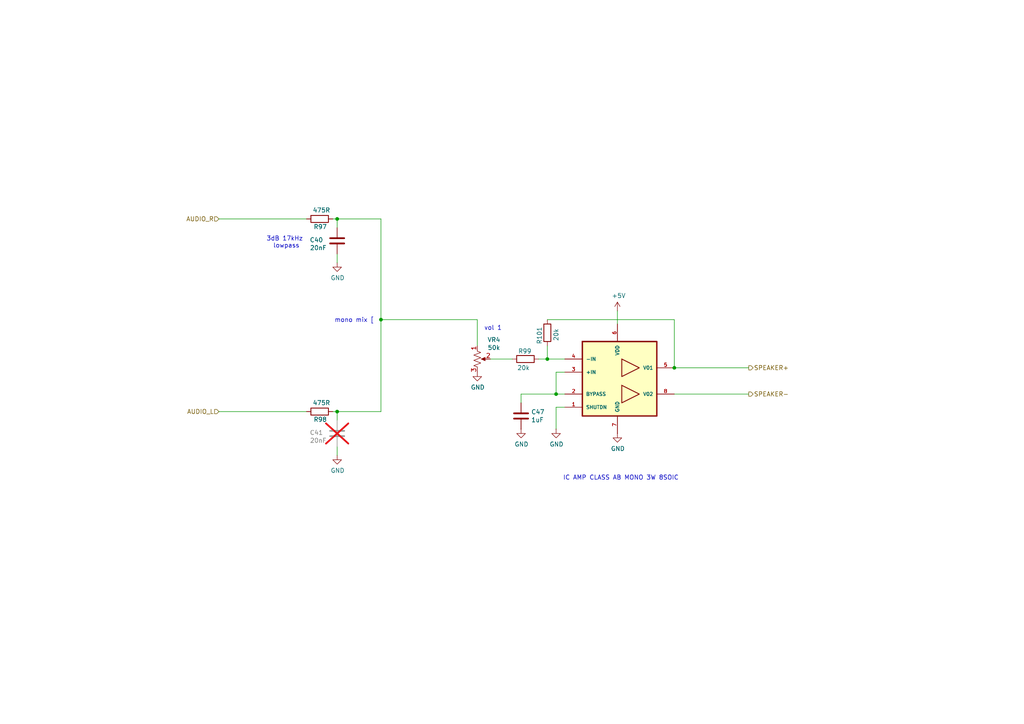
<source format=kicad_sch>
(kicad_sch (version 20250114) (generator "eeschema") (generator_version "9.0")
  (paper "A4")
  (lib_symbols
    (symbol "Device:C" (pin_numbers (hide yes)) (pin_names (offset 0.254))
      (property "Reference" "C" (at 0.635 2.54 0))
      (property "Value" "C" (at 0.635 -2.54 0))
      (symbol "C_0_1"
        (polyline (pts (xy -2.032 0.762) (xy 2.032 0.762)) (stroke (width 0.508)))
        (polyline (pts (xy -2.032 -0.762) (xy 2.032 -0.762)) (stroke (width 0.508)))
      )
      (symbol "C_1_1"
        (pin passive line (at 0 3.81 270) (length 2.794) (name "~") (number "1"))
        (pin passive line (at 0 -3.81 90) (length 2.794) (name "~") (number "2"))
      )
    )
    (symbol "Device:R" (pin_numbers (hide yes)) (pin_names (offset 0))
      (property "Reference" "R" (at 2.032 0 90))
      (property "Value" "R" (at 0 0 90))
      (symbol "R_0_1"
        (rectangle (start -1.016 -2.54) (end 1.016 2.54) (stroke (width 0.254)))
      )
      (symbol "R_1_1"
        (pin passive line (at 0 3.81 270) (length 1.27) (name "~") (number "1"))
        (pin passive line (at 0 -3.81 90) (length 1.27) (name "~") (number "2"))
      )
    )
    (symbol "LM4871MX_NOPB:LM4871MX_NOPB" (pin_names (offset 1.016))
      (symbol "LM4871MX_NOPB_0_0"
        (rectangle (start -10.16 11.43) (end 11.43 -10.16) (stroke (width 0.41)) (fill (type background)))
        (pin input line (at -15.24 6.35 0) (length 5.08) (name "-IN") (number "4"))
        (pin input line (at -15.24 2.54 0) (length 5.08) (name "+IN") (number "3"))
        (pin input line (at -15.24 -3.81 0) (length 5.08) (name "BYPASS") (number "2"))
        (pin power_in line (at 0 16.51 270) (length 5.08) (name "VDD") (number "6"))
        (pin power_in line (at 0 -15.24 90) (length 5.08) (name "GND") (number "7"))
        (pin output line (at 16.51 3.81 180) (length 5.08) (name "V01") (number "5"))
        (pin output line (at 16.51 -3.81 180) (length 5.08) (name "V02") (number "8"))
      )
      (symbol "LM4871MX_NOPB_1_0"
        (pin input line (at -15.24 -7.62 0) (length 5.08) (name "SHUTDN") (number "1"))
      )
      (symbol "LM4871MX_NOPB_1_1"
        (polyline (pts (xy 1.27 6.35) (xy 6.35 3.81) (xy 1.27 1.27) (xy 1.27 6.35) (xy 1.27 6.35)) (stroke (width 0.254)) (fill (type background)))
        (polyline (pts (xy 1.27 -1.27) (xy 6.35 -3.81) (xy 1.27 -6.35) (xy 1.27 -1.27) (xy 1.27 -1.27)) (stroke (width 0.254)) (fill (type background)))
      )
    )
    (symbol "PTV09A-4020U-A503:PTV09A-4020U-A503" (pin_names (hide yes))
      (property "Reference" "VR" (at 3.81 7.366 0))
      (property "Value" "PTV09A-4020U-A503" (at 3.81 4.826 0))
      (symbol "PTV09A-4020U-A503_0_1"
        (polyline (pts (xy 0 2.54) (xy 0 2.286)))
        (polyline (pts (xy 0 2.286) (xy 1.016 1.905) (xy 0 1.524) (xy -1.016 1.143) (xy 0 0.762)))
        (polyline (pts (xy 0 0.762) (xy 1.016 0.381) (xy 0 0) (xy -1.016 -0.381) (xy 0 -0.762)))
        (polyline (pts (xy 0 -0.762) (xy 1.016 -1.143) (xy 0 -1.524) (xy -1.016 -1.905) (xy 0 -2.286)))
        (polyline (pts (xy 0 -2.286) (xy 0 -2.54)))
        (polyline (pts (xy 1.143 0) (xy 2.286 0.508) (xy 2.286 -0.508) (xy 1.143 0)) (fill (type outline)))
        (polyline (pts (xy 2.54 0) (xy 1.524 0)))
      )
      (symbol "PTV09A-4020U-A503_1_1"
        (pin passive line (at 0 3.81 270) (length 1.27) (name "1") (number "1"))
        (pin passive line (at 0 -3.81 90) (length 1.27) (name "3") (number "3"))
        (pin passive line (at 3.81 0 180) (length 1.27) (name "2") (number "2"))
      )
    )
    (symbol "power:+5V" (power) (pin_numbers (hide yes)) (pin_names (offset 0) (hide yes))
      (property "Value" "+5V" (at 0 3.556 0))
      (symbol "+5V_0_1"
        (polyline (pts (xy -0.762 1.27) (xy 0 2.54)))
        (polyline (pts (xy 0 2.54) (xy 0.762 1.27)))
        (polyline (pts (xy 0 0) (xy 0 2.54)))
      )
      (symbol "+5V_1_1"
        (pin power_in line (at 0 0 90) (length 0) (name "~") (number "1"))
      )
    )
    (symbol "power:GND" (power) (pin_numbers (hide yes)) (pin_names (offset 0) (hide yes))
      (property "Value" "GND" (at 0 -3.81 0))
      (symbol "GND_0_1"
        (polyline (pts (xy 0 0) (xy 0 -1.27) (xy 1.27 -1.27) (xy 0 -2.54) (xy -1.27 -1.27) (xy 0 -1.27)))
      )
      (symbol "GND_1_1"
        (pin power_in line (at 0 0 270) (length 0) (name "~") (number "1"))
      )
    )
  )
  (text "3dB 17kHz \nlowpass" (at 83.058 70.358 0) (effects (font (size 1.27 1.27))))
  (text "IC AMP CLASS AB MONO 3W 8SOIC" (at 180.086 138.684 0) (effects (font (size 1.27 1.27))))
  (text "vol 1" (at 143.002 95.25 0) (effects (font (size 1.27 1.27))))
  (text "mono mix [" (at 108.458 92.964 0) (effects (font (size 1.27 1.27)) (justify right)))
  (junction (at 195.58 106.68))
  (junction (at 97.79 63.5))
  (junction (at 161.29 114.3))
  (junction (at 97.79 119.38))
  (junction (at 110.49 92.71))
  (junction (at 158.75 104.14))
  (wire (pts (xy 156.21 104.14) (xy 158.75 104.14)))
  (wire (pts (xy 161.29 118.11) (xy 161.29 124.46)))
  (wire (pts (xy 97.79 129.54) (xy 97.79 132.08)))
  (wire (pts (xy 195.58 114.3) (xy 217.17 114.3)))
  (wire (pts (xy 63.5 119.38) (xy 88.9 119.38)))
  (wire (pts (xy 97.79 121.92) (xy 97.79 119.38)))
  (wire (pts (xy 195.58 106.68) (xy 217.17 106.68)))
  (wire (pts (xy 96.52 63.5) (xy 97.79 63.5)))
  (wire (pts (xy 161.29 107.95) (xy 161.29 114.3)))
  (wire (pts (xy 161.29 114.3) (xy 151.13 114.3)))
  (wire (pts (xy 163.83 118.11) (xy 161.29 118.11)))
  (wire (pts (xy 138.43 92.71) (xy 138.43 100.33)))
  (wire (pts (xy 158.75 100.33) (xy 158.75 104.14)))
  (wire (pts (xy 158.75 92.71) (xy 195.58 92.71)))
  (wire (pts (xy 151.13 114.3) (xy 151.13 116.84)))
  (wire (pts (xy 97.79 66.04) (xy 97.79 63.5)))
  (wire (pts (xy 158.75 104.14) (xy 163.83 104.14)))
  (wire (pts (xy 110.49 92.71) (xy 138.43 92.71)))
  (wire (pts (xy 179.07 90.17) (xy 179.07 93.98)))
  (wire (pts (xy 97.79 63.5) (xy 110.49 63.5)))
  (wire (pts (xy 96.52 119.38) (xy 97.79 119.38)))
  (wire (pts (xy 110.49 63.5) (xy 110.49 92.71)))
  (wire (pts (xy 195.58 92.71) (xy 195.58 106.68)))
  (wire (pts (xy 110.49 92.71) (xy 110.49 119.38)))
  (wire (pts (xy 163.83 107.95) (xy 161.29 107.95)))
  (wire (pts (xy 142.24 104.14) (xy 148.59 104.14)))
  (wire (pts (xy 163.83 114.3) (xy 161.29 114.3)))
  (wire (pts (xy 97.79 119.38) (xy 110.49 119.38)))
  (wire (pts (xy 63.5 63.5) (xy 88.9 63.5)))
  (wire (pts (xy 97.79 73.66) (xy 97.79 76.2)))
  (hierarchical_label "SPEAKER-" (shape output) (at 217.17 114.3 0))
  (hierarchical_label "AUDIO_L" (shape input) (at 63.5 119.38 180))
  (hierarchical_label "SPEAKER+" (shape output) (at 217.17 106.68 0))
  (hierarchical_label "AUDIO_R" (shape input) (at 63.5 63.5 180))
  (symbol (lib_id "Device:R") (at 152.4 104.14 270) (unit 1)
    (property "Reference" "R99" (at 154.178 101.854 90) (effects (justify right)))
    (property "Value" "20k" (at 153.67 106.68 90) (effects (justify right)))
    (property "Footprint" "Resistor_SMD:R_0402_1005Metric" (effects (hide yes)))
    (property "LCSC" "C25765" (effects (hide yes)))
  )
  (symbol (lib_id "Device:R") (at 158.75 96.52 0) (unit 1)
    (property "Reference" "R101" (at 156.464 94.742 90) (effects (justify right)))
    (property "Value" "20k" (at 161.29 95.25 90) (effects (justify right)))
    (property "Footprint" "Resistor_SMD:R_0402_1005Metric" (effects (hide yes)))
    (property "LCSC" "C25765" (effects (hide yes)))
  )
  (symbol (lib_id "power:GND") (at 97.79 76.2 0) (unit 1)
    (property "Reference" "#PWR074" (effects (hide yes)))
    (property "Value" "GND" (at 97.917 80.5942 0))
  )
  (symbol (lib_id "power:GND") (at 161.29 124.46 0) (unit 1)
    (property "Reference" "#PWR080" (effects (hide yes)))
    (property "Value" "GND" (at 161.417 128.8542 0))
  )
  (symbol (lib_id "PTV09A-4020U-A503:PTV09A-4020U-A503") (at 138.43 104.14 0) (unit 1)
    (property "Reference" "VR4" (at 143.256 98.552 0))
    (property "Value" "50k" (at 143.256 100.838 0))
    (property "Footprint" "PTV09A4020FB103" (effects (hide yes)))
    (property "Datasheet" "https://www.bourns.com/pdfs/PTV09.pdf" (effects (hide yes)))
    (property "Description" "Potentiometers 50K AUDIO 20%" (effects (hide yes)))
    (property "Manufacturer_Name" "Bourns" (effects (hide yes)))
    (property "Manufacturer_Part_Number" "PTV09A-4020U-A503" (effects (hide yes)))
    (property "Mouser Part Number" "652-PTV09A-4020UA503" (effects (hide yes)))
    (property "Mouser Price/Stock" "https://www.mouser.co.uk/ProductDetail/Bourns/PTV09A-4020U-A503?qs=9fn1gpisni43fS%2FCyeJVZg%3D%3D" (effects (hide yes)))
    (property "Arrow Part Number" "PTV09A-4020U-A503" (effects (hide yes)))
    (property "Arrow Price/Stock" "https://www.arrow.com/en/products/ptv09a-4020u-a503/bourns?utm_currency=USD&region=nac" (effects (hide yes)))
    (property "LCSC" "C6256539" (effects (hide yes)))
  )
  (symbol (lib_id "power:GND") (at 179.07 125.73 0) (unit 1)
    (property "Reference" "#PWR083" (effects (hide yes)))
    (property "Value" "GND" (at 179.197 130.1242 0))
  )
  (symbol (lib_id "Device:C") (at 151.13 120.65 0) (unit 1)
    (property "Reference" "C47" (at 154.051 119.4816 0) (effects (justify left)))
    (property "Value" "1uF" (at 154.051 121.793 0) (effects (justify left)))
    (property "Footprint" "Capacitor_SMD:C_0603_1608Metric" (effects (hide yes)))
    (property "LCSC" "C15849" (effects (hide yes)))
  )
  (symbol (lib_id "power:GND") (at 151.13 124.46 0) (unit 1)
    (property "Reference" "#PWR078" (effects (hide yes)))
    (property "Value" "GND" (at 151.257 128.8542 0))
  )
  (symbol (lib_id "LM4871MX_NOPB:LM4871MX_NOPB") (at 179.07 110.49 0) (unit 1)
    (property "Reference" "U12" (effects (hide yes)))
    (property "Value" "LM4871MX_NOPB" (effects (hide yes)))
    (property "Footprint" "LM4871MX_NOPB:SOIC127P599X175-8N" (effects (hide yes)))
    (property "LCSC" "C7554" (effects (hide yes)))
  )
  (symbol (lib_id "Device:R") (at 92.71 119.38 90) (unit 1)
    (property "Reference" "R98" (at 90.932 121.666 90) (effects (justify right)))
    (property "Value" "475R" (at 90.678 116.84 90) (effects (justify right)))
    (property "Footprint" "Resistor_SMD:R_0402_1005Metric" (effects (hide yes)))
    (property "LCSC" "C137975" (effects (hide yes)))
  )
  (symbol (lib_id "power:GND") (at 97.79 132.08 0) (unit 1)
    (property "Reference" "#PWR075" (effects (hide yes)))
    (property "Value" "GND" (at 97.917 136.4742 0))
  )
  (symbol (lib_id "power:+5V") (at 179.07 90.17 0) (unit 1)
    (property "Reference" "#PWR082" (effects (hide yes)))
    (property "Value" "+5V" (at 179.451 85.7758 0))
  )
  (symbol (lib_id "Device:C") (at 97.79 125.73 180) (unit 1) (dnp yes)
    (property "Reference" "C41" (at 93.726 125.476 0) (effects (justify left)))
    (property "Value" "20nF" (at 94.742 127.762 0) (effects (justify left)))
    (property "Footprint" "Capacitor_SMD:C_0402_1005Metric" (effects (hide yes)))
    (property "LCSC" "C5448807" (effects (hide yes)))
  )
  (symbol (lib_id "Device:R") (at 92.71 63.5 90) (unit 1)
    (property "Reference" "R97" (at 90.932 65.786 90) (effects (justify right)))
    (property "Value" "475R" (at 90.678 60.96 90) (effects (justify right)))
    (property "Footprint" "Resistor_SMD:R_0402_1005Metric" (effects (hide yes)))
    (property "LCSC" "C137975" (effects (hide yes)))
  )
  (symbol (lib_id "Device:C") (at 97.79 69.85 180) (unit 1)
    (property "Reference" "C40" (at 93.726 69.596 0) (effects (justify left)))
    (property "Value" "20nF" (at 94.742 71.882 0) (effects (justify left)))
    (property "Footprint" "Capacitor_SMD:C_0402_1005Metric" (effects (hide yes)))
    (property "LCSC" "C5448807" (effects (hide yes)))
  )
  (symbol (lib_id "power:GND") (at 138.43 107.95 0) (unit 1)
    (property "Reference" "#PWR076" (effects (hide yes)))
    (property "Value" "GND" (at 138.557 112.3442 0))
  )
)
</source>
